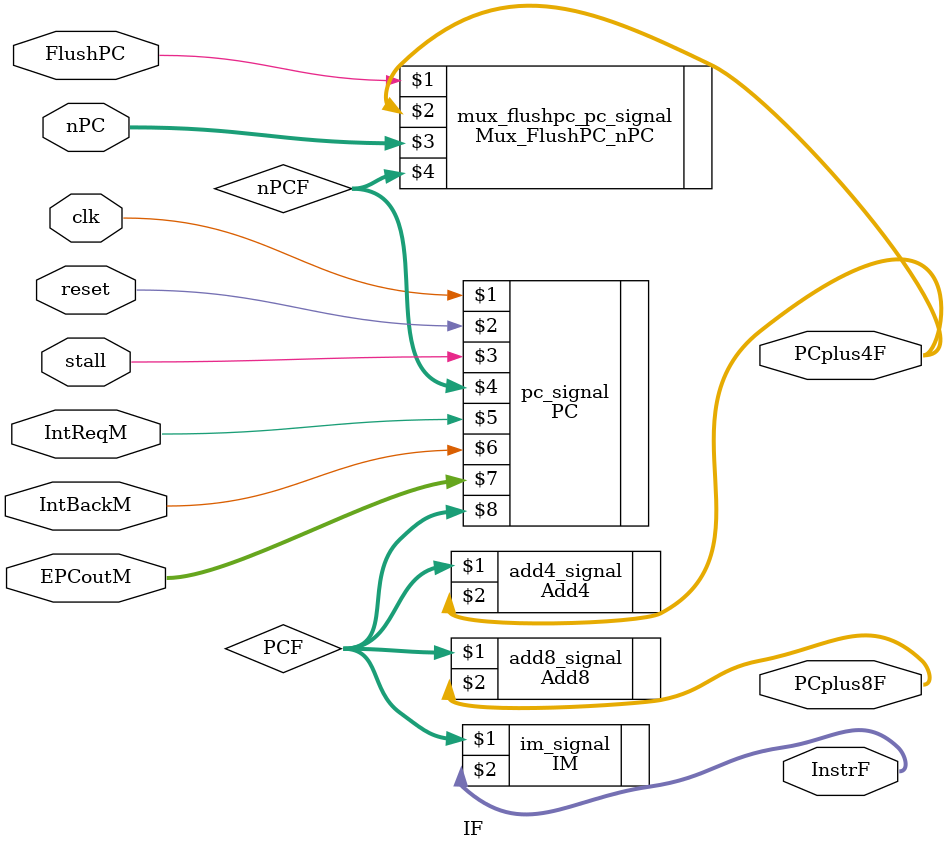
<source format=v>
`timescale 1ns / 1ps
module IF(
	 input  clk,                 //Ê±ÖÓ
	 input  reset,               //Çå³ýÖÃÎ»ÐÅºÅ
	 input  stall,               //PCÊ¹ÄÜÐÅºÅ,µÍµçÆ½ÓÐÐ§
	 input  FlushPC,             //ÊÇ·ñ¶ÔPC½øÐÐ¸üÐÂµÄÐÅºÅ
	 input  [31:0] nPC,          //ÏÂÒ»Ö¸ÁîµÄµØÖ·
	 input  IntReqM,
	 input  IntBackM,
	 input  [31:0] EPCoutM,
    output  [31:0] PCplus4F,    //PC+4
	 output  [31:0] PCplus8F,    //PC+8
    output  [31:0] InstrF       //InstrF±íÊ¾µ±Ç°¶Á³öµÄÖ¸Áî
    );
	 wire [31:0] PCF;             //µ±Ç°Ö¸ÁîµÄµØÖ·
	 wire [31:0] nPCF;
	 
	 //»ñµÃµ±Ç°Ö¸ÁîµÄµØÖ·
	 PC pc_signal(clk,reset,stall,nPCF,IntReqM,IntBackM,EPCoutM,PCF);
    
	 //IMÈ¡Ö¸
	 IM im_signal(PCF,InstrF);
	 
	 //PC+4
	 Add4 add4_signal(PCF,PCplus4F);
	 
	 //PC+8
	 Add8 add8_signal(PCF,PCplus8F);
	 
	 //ÈôÓöµ½Instr_DÎªjÖ¸Áî,¸üÐÂnPC
	 Mux_FlushPC_nPC mux_flushpc_pc_signal(FlushPC,PCplus4F,nPC,nPCF);

endmodule

</source>
